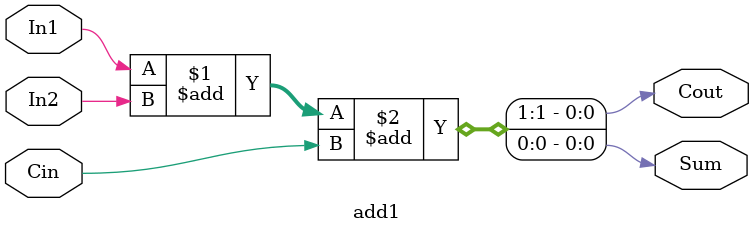
<source format=v>
module add1 (Cout, Sum,In1,In2,Cin);
 input In1,In2;
 input Cin;
 output Cout;
 output Sum;
 assign {Cout,Sum}=In1+In2+Cin;
endmodule

</source>
